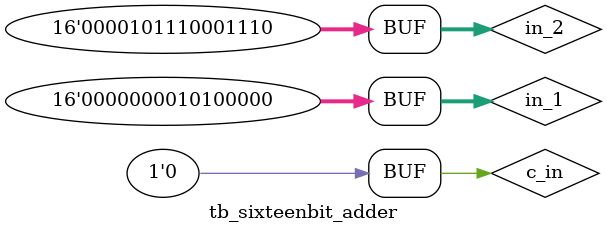
<source format=v>
`timescale 1ns / 1ps


module tb_sixteenbit_adder;

	// Inputs
	reg [15:0] in_1;
	reg [15:0] in_2;
	reg c_in;

	// Outputs
	wire [15:0] sum;
	wire c_out;

	// Instantiate the Unit Under Test (UUT)
	sixteenbit_adder uut (
		.in_1(in_1), 
		.in_2(in_2), 
		.c_in(c_in), 
		.sum(sum), 
		.c_out(c_out)
	);

	initial begin
		// Initialize Inputs
		in_1 = 0;
		in_2 = 0;
		c_in = 0;

		// Wait 100 ns for global reset to finish
		#100;
      in_1 = 16'hFFFF;
		in_2 = 16'hFFFF;
		#2;
      in_1 = 16'hABCD;
		in_2 = 16'hAAAA;
		#2;
      in_1 = 16'hBEFA;
		in_2 = 16'h82A6;
		#2;
      in_1 = 16'h1010;
		in_2 = 16'h1010;
		#2;
      in_1 = 16'h8ABC;
		in_2 = 16'h8234;
		#2;		
      in_1 = 16'h00A0;
		in_2 = 16'h0B8E;
		#2;	
		// Add stimulus here

	end
      
endmodule


</source>
